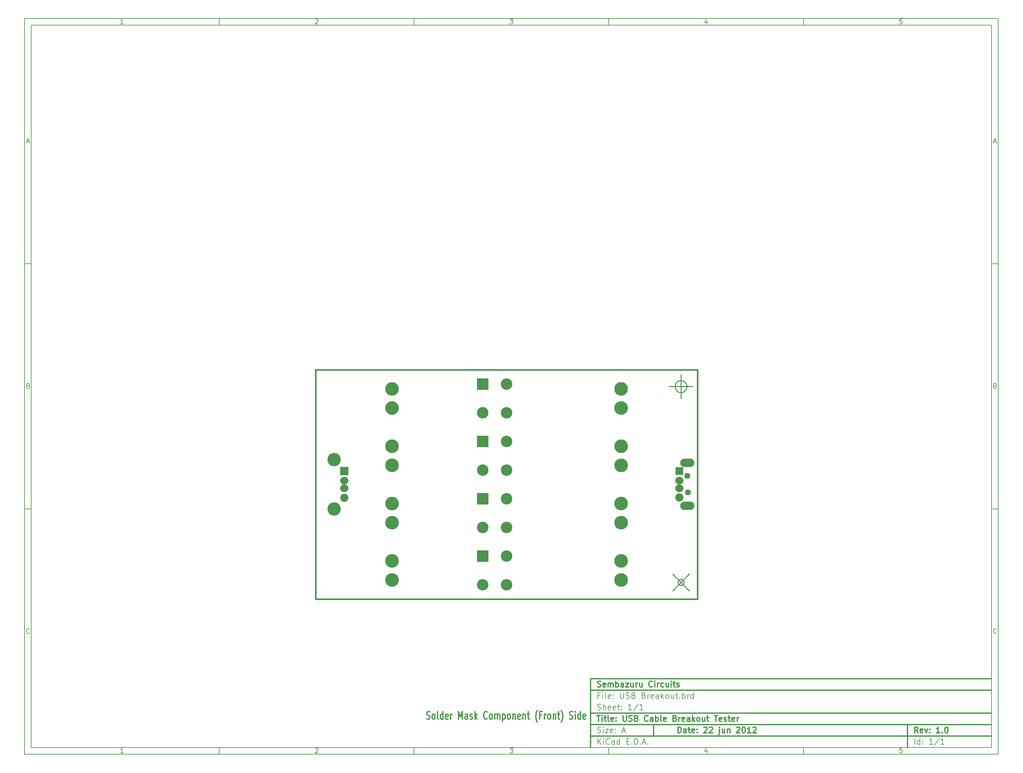
<source format=gts>
G04 (created by PCBNEW-RS274X (2012-01-19 BZR 3256)-stable) date 08/08/2012 15:29:02*
G01*
G70*
G90*
%MOIN*%
G04 Gerber Fmt 3.4, Leading zero omitted, Abs format*
%FSLAX34Y34*%
G04 APERTURE LIST*
%ADD10C,0.006000*%
%ADD11C,0.012000*%
%ADD12C,0.010000*%
%ADD13C,0.015000*%
%ADD14R,0.120000X0.120000*%
%ADD15C,0.120000*%
%ADD16R,0.083200X0.083200*%
%ADD17O,0.086200X0.079100*%
%ADD18C,0.086200*%
%ADD19O,0.148400X0.089400*%
%ADD20C,0.063300*%
%ADD21R,0.086200X0.086200*%
%ADD22C,0.140600*%
%ADD23C,0.143000*%
G04 APERTURE END LIST*
G54D10*
X-30500Y36750D02*
X71500Y36750D01*
X71500Y-40250D01*
X-30500Y-40250D01*
X-30500Y36750D01*
X-29800Y36050D02*
X70800Y36050D01*
X70800Y-39550D01*
X-29800Y-39550D01*
X-29800Y36050D01*
X-10100Y36750D02*
X-10100Y36050D01*
X-20157Y36198D02*
X-20443Y36198D01*
X-20300Y36198D02*
X-20300Y36698D01*
X-20348Y36626D01*
X-20395Y36579D01*
X-20443Y36555D01*
X-10100Y-40250D02*
X-10100Y-39550D01*
X-20157Y-40102D02*
X-20443Y-40102D01*
X-20300Y-40102D02*
X-20300Y-39602D01*
X-20348Y-39674D01*
X-20395Y-39721D01*
X-20443Y-39745D01*
X10300Y36750D02*
X10300Y36050D01*
X-00043Y36650D02*
X-00019Y36674D01*
X00029Y36698D01*
X00148Y36698D01*
X00195Y36674D01*
X00219Y36650D01*
X00243Y36602D01*
X00243Y36555D01*
X00219Y36483D01*
X-00067Y36198D01*
X00243Y36198D01*
X10300Y-40250D02*
X10300Y-39550D01*
X-00043Y-39650D02*
X-00019Y-39626D01*
X00029Y-39602D01*
X00148Y-39602D01*
X00195Y-39626D01*
X00219Y-39650D01*
X00243Y-39698D01*
X00243Y-39745D01*
X00219Y-39817D01*
X-00067Y-40102D01*
X00243Y-40102D01*
X30700Y36750D02*
X30700Y36050D01*
X20333Y36698D02*
X20643Y36698D01*
X20476Y36507D01*
X20548Y36507D01*
X20595Y36483D01*
X20619Y36460D01*
X20643Y36412D01*
X20643Y36293D01*
X20619Y36245D01*
X20595Y36221D01*
X20548Y36198D01*
X20405Y36198D01*
X20357Y36221D01*
X20333Y36245D01*
X30700Y-40250D02*
X30700Y-39550D01*
X20333Y-39602D02*
X20643Y-39602D01*
X20476Y-39793D01*
X20548Y-39793D01*
X20595Y-39817D01*
X20619Y-39840D01*
X20643Y-39888D01*
X20643Y-40007D01*
X20619Y-40055D01*
X20595Y-40079D01*
X20548Y-40102D01*
X20405Y-40102D01*
X20357Y-40079D01*
X20333Y-40055D01*
X51100Y36750D02*
X51100Y36050D01*
X40995Y36531D02*
X40995Y36198D01*
X40876Y36721D02*
X40757Y36364D01*
X41067Y36364D01*
X51100Y-40250D02*
X51100Y-39550D01*
X40995Y-39769D02*
X40995Y-40102D01*
X40876Y-39579D02*
X40757Y-39936D01*
X41067Y-39936D01*
X61419Y36698D02*
X61181Y36698D01*
X61157Y36460D01*
X61181Y36483D01*
X61229Y36507D01*
X61348Y36507D01*
X61395Y36483D01*
X61419Y36460D01*
X61443Y36412D01*
X61443Y36293D01*
X61419Y36245D01*
X61395Y36221D01*
X61348Y36198D01*
X61229Y36198D01*
X61181Y36221D01*
X61157Y36245D01*
X61419Y-39602D02*
X61181Y-39602D01*
X61157Y-39840D01*
X61181Y-39817D01*
X61229Y-39793D01*
X61348Y-39793D01*
X61395Y-39817D01*
X61419Y-39840D01*
X61443Y-39888D01*
X61443Y-40007D01*
X61419Y-40055D01*
X61395Y-40079D01*
X61348Y-40102D01*
X61229Y-40102D01*
X61181Y-40079D01*
X61157Y-40055D01*
X-30500Y11090D02*
X-29800Y11090D01*
X-30269Y23860D02*
X-30031Y23860D01*
X-30316Y23718D02*
X-30150Y24218D01*
X-29983Y23718D01*
X71500Y11090D02*
X70800Y11090D01*
X71031Y23860D02*
X71269Y23860D01*
X70984Y23718D02*
X71150Y24218D01*
X71317Y23718D01*
X-30500Y-14570D02*
X-29800Y-14570D01*
X-30114Y-01680D02*
X-30043Y-01704D01*
X-30019Y-01728D01*
X-29995Y-01776D01*
X-29995Y-01847D01*
X-30019Y-01895D01*
X-30043Y-01919D01*
X-30090Y-01942D01*
X-30281Y-01942D01*
X-30281Y-01442D01*
X-30114Y-01442D01*
X-30067Y-01466D01*
X-30043Y-01490D01*
X-30019Y-01538D01*
X-30019Y-01585D01*
X-30043Y-01633D01*
X-30067Y-01657D01*
X-30114Y-01680D01*
X-30281Y-01680D01*
X71500Y-14570D02*
X70800Y-14570D01*
X71186Y-01680D02*
X71257Y-01704D01*
X71281Y-01728D01*
X71305Y-01776D01*
X71305Y-01847D01*
X71281Y-01895D01*
X71257Y-01919D01*
X71210Y-01942D01*
X71019Y-01942D01*
X71019Y-01442D01*
X71186Y-01442D01*
X71233Y-01466D01*
X71257Y-01490D01*
X71281Y-01538D01*
X71281Y-01585D01*
X71257Y-01633D01*
X71233Y-01657D01*
X71186Y-01680D01*
X71019Y-01680D01*
X-29995Y-27555D02*
X-30019Y-27579D01*
X-30090Y-27602D01*
X-30138Y-27602D01*
X-30210Y-27579D01*
X-30257Y-27531D01*
X-30281Y-27483D01*
X-30305Y-27388D01*
X-30305Y-27317D01*
X-30281Y-27221D01*
X-30257Y-27174D01*
X-30210Y-27126D01*
X-30138Y-27102D01*
X-30090Y-27102D01*
X-30019Y-27126D01*
X-29995Y-27150D01*
X71305Y-27555D02*
X71281Y-27579D01*
X71210Y-27602D01*
X71162Y-27602D01*
X71090Y-27579D01*
X71043Y-27531D01*
X71019Y-27483D01*
X70995Y-27388D01*
X70995Y-27317D01*
X71019Y-27221D01*
X71043Y-27174D01*
X71090Y-27126D01*
X71162Y-27102D01*
X71210Y-27102D01*
X71281Y-27126D01*
X71305Y-27150D01*
G54D11*
X37943Y-37993D02*
X37943Y-37393D01*
X38086Y-37393D01*
X38171Y-37421D01*
X38229Y-37479D01*
X38257Y-37536D01*
X38286Y-37650D01*
X38286Y-37736D01*
X38257Y-37850D01*
X38229Y-37907D01*
X38171Y-37964D01*
X38086Y-37993D01*
X37943Y-37993D01*
X38800Y-37993D02*
X38800Y-37679D01*
X38771Y-37621D01*
X38714Y-37593D01*
X38600Y-37593D01*
X38543Y-37621D01*
X38800Y-37964D02*
X38743Y-37993D01*
X38600Y-37993D01*
X38543Y-37964D01*
X38514Y-37907D01*
X38514Y-37850D01*
X38543Y-37793D01*
X38600Y-37764D01*
X38743Y-37764D01*
X38800Y-37736D01*
X39000Y-37593D02*
X39229Y-37593D01*
X39086Y-37393D02*
X39086Y-37907D01*
X39114Y-37964D01*
X39172Y-37993D01*
X39229Y-37993D01*
X39657Y-37964D02*
X39600Y-37993D01*
X39486Y-37993D01*
X39429Y-37964D01*
X39400Y-37907D01*
X39400Y-37679D01*
X39429Y-37621D01*
X39486Y-37593D01*
X39600Y-37593D01*
X39657Y-37621D01*
X39686Y-37679D01*
X39686Y-37736D01*
X39400Y-37793D01*
X39943Y-37936D02*
X39971Y-37964D01*
X39943Y-37993D01*
X39914Y-37964D01*
X39943Y-37936D01*
X39943Y-37993D01*
X39943Y-37621D02*
X39971Y-37650D01*
X39943Y-37679D01*
X39914Y-37650D01*
X39943Y-37621D01*
X39943Y-37679D01*
X40657Y-37450D02*
X40686Y-37421D01*
X40743Y-37393D01*
X40886Y-37393D01*
X40943Y-37421D01*
X40972Y-37450D01*
X41000Y-37507D01*
X41000Y-37564D01*
X40972Y-37650D01*
X40629Y-37993D01*
X41000Y-37993D01*
X41228Y-37450D02*
X41257Y-37421D01*
X41314Y-37393D01*
X41457Y-37393D01*
X41514Y-37421D01*
X41543Y-37450D01*
X41571Y-37507D01*
X41571Y-37564D01*
X41543Y-37650D01*
X41200Y-37993D01*
X41571Y-37993D01*
X42285Y-37593D02*
X42285Y-38107D01*
X42256Y-38164D01*
X42199Y-38193D01*
X42171Y-38193D01*
X42285Y-37393D02*
X42256Y-37421D01*
X42285Y-37450D01*
X42313Y-37421D01*
X42285Y-37393D01*
X42285Y-37450D01*
X42828Y-37593D02*
X42828Y-37993D01*
X42571Y-37593D02*
X42571Y-37907D01*
X42599Y-37964D01*
X42657Y-37993D01*
X42742Y-37993D01*
X42799Y-37964D01*
X42828Y-37936D01*
X43114Y-37593D02*
X43114Y-37993D01*
X43114Y-37650D02*
X43142Y-37621D01*
X43200Y-37593D01*
X43285Y-37593D01*
X43342Y-37621D01*
X43371Y-37679D01*
X43371Y-37993D01*
X44085Y-37450D02*
X44114Y-37421D01*
X44171Y-37393D01*
X44314Y-37393D01*
X44371Y-37421D01*
X44400Y-37450D01*
X44428Y-37507D01*
X44428Y-37564D01*
X44400Y-37650D01*
X44057Y-37993D01*
X44428Y-37993D01*
X44799Y-37393D02*
X44856Y-37393D01*
X44913Y-37421D01*
X44942Y-37450D01*
X44971Y-37507D01*
X44999Y-37621D01*
X44999Y-37764D01*
X44971Y-37879D01*
X44942Y-37936D01*
X44913Y-37964D01*
X44856Y-37993D01*
X44799Y-37993D01*
X44742Y-37964D01*
X44713Y-37936D01*
X44685Y-37879D01*
X44656Y-37764D01*
X44656Y-37621D01*
X44685Y-37507D01*
X44713Y-37450D01*
X44742Y-37421D01*
X44799Y-37393D01*
X45570Y-37993D02*
X45227Y-37993D01*
X45399Y-37993D02*
X45399Y-37393D01*
X45342Y-37479D01*
X45284Y-37536D01*
X45227Y-37564D01*
X45798Y-37450D02*
X45827Y-37421D01*
X45884Y-37393D01*
X46027Y-37393D01*
X46084Y-37421D01*
X46113Y-37450D01*
X46141Y-37507D01*
X46141Y-37564D01*
X46113Y-37650D01*
X45770Y-37993D01*
X46141Y-37993D01*
G54D10*
X29543Y-39193D02*
X29543Y-38593D01*
X29886Y-39193D02*
X29629Y-38850D01*
X29886Y-38593D02*
X29543Y-38936D01*
X30143Y-39193D02*
X30143Y-38793D01*
X30143Y-38593D02*
X30114Y-38621D01*
X30143Y-38650D01*
X30171Y-38621D01*
X30143Y-38593D01*
X30143Y-38650D01*
X30772Y-39136D02*
X30743Y-39164D01*
X30657Y-39193D01*
X30600Y-39193D01*
X30515Y-39164D01*
X30457Y-39107D01*
X30429Y-39050D01*
X30400Y-38936D01*
X30400Y-38850D01*
X30429Y-38736D01*
X30457Y-38679D01*
X30515Y-38621D01*
X30600Y-38593D01*
X30657Y-38593D01*
X30743Y-38621D01*
X30772Y-38650D01*
X31286Y-39193D02*
X31286Y-38879D01*
X31257Y-38821D01*
X31200Y-38793D01*
X31086Y-38793D01*
X31029Y-38821D01*
X31286Y-39164D02*
X31229Y-39193D01*
X31086Y-39193D01*
X31029Y-39164D01*
X31000Y-39107D01*
X31000Y-39050D01*
X31029Y-38993D01*
X31086Y-38964D01*
X31229Y-38964D01*
X31286Y-38936D01*
X31829Y-39193D02*
X31829Y-38593D01*
X31829Y-39164D02*
X31772Y-39193D01*
X31658Y-39193D01*
X31600Y-39164D01*
X31572Y-39136D01*
X31543Y-39079D01*
X31543Y-38907D01*
X31572Y-38850D01*
X31600Y-38821D01*
X31658Y-38793D01*
X31772Y-38793D01*
X31829Y-38821D01*
X32572Y-38879D02*
X32772Y-38879D01*
X32858Y-39193D02*
X32572Y-39193D01*
X32572Y-38593D01*
X32858Y-38593D01*
X33115Y-39136D02*
X33143Y-39164D01*
X33115Y-39193D01*
X33086Y-39164D01*
X33115Y-39136D01*
X33115Y-39193D01*
X33401Y-39193D02*
X33401Y-38593D01*
X33544Y-38593D01*
X33629Y-38621D01*
X33687Y-38679D01*
X33715Y-38736D01*
X33744Y-38850D01*
X33744Y-38936D01*
X33715Y-39050D01*
X33687Y-39107D01*
X33629Y-39164D01*
X33544Y-39193D01*
X33401Y-39193D01*
X34001Y-39136D02*
X34029Y-39164D01*
X34001Y-39193D01*
X33972Y-39164D01*
X34001Y-39136D01*
X34001Y-39193D01*
X34258Y-39021D02*
X34544Y-39021D01*
X34201Y-39193D02*
X34401Y-38593D01*
X34601Y-39193D01*
X34801Y-39136D02*
X34829Y-39164D01*
X34801Y-39193D01*
X34772Y-39164D01*
X34801Y-39136D01*
X34801Y-39193D01*
G54D11*
X63086Y-37993D02*
X62886Y-37707D01*
X62743Y-37993D02*
X62743Y-37393D01*
X62971Y-37393D01*
X63029Y-37421D01*
X63057Y-37450D01*
X63086Y-37507D01*
X63086Y-37593D01*
X63057Y-37650D01*
X63029Y-37679D01*
X62971Y-37707D01*
X62743Y-37707D01*
X63571Y-37964D02*
X63514Y-37993D01*
X63400Y-37993D01*
X63343Y-37964D01*
X63314Y-37907D01*
X63314Y-37679D01*
X63343Y-37621D01*
X63400Y-37593D01*
X63514Y-37593D01*
X63571Y-37621D01*
X63600Y-37679D01*
X63600Y-37736D01*
X63314Y-37793D01*
X63800Y-37593D02*
X63943Y-37993D01*
X64085Y-37593D01*
X64314Y-37936D02*
X64342Y-37964D01*
X64314Y-37993D01*
X64285Y-37964D01*
X64314Y-37936D01*
X64314Y-37993D01*
X64314Y-37621D02*
X64342Y-37650D01*
X64314Y-37679D01*
X64285Y-37650D01*
X64314Y-37621D01*
X64314Y-37679D01*
X65371Y-37993D02*
X65028Y-37993D01*
X65200Y-37993D02*
X65200Y-37393D01*
X65143Y-37479D01*
X65085Y-37536D01*
X65028Y-37564D01*
X65628Y-37936D02*
X65656Y-37964D01*
X65628Y-37993D01*
X65599Y-37964D01*
X65628Y-37936D01*
X65628Y-37993D01*
X66028Y-37393D02*
X66085Y-37393D01*
X66142Y-37421D01*
X66171Y-37450D01*
X66200Y-37507D01*
X66228Y-37621D01*
X66228Y-37764D01*
X66200Y-37879D01*
X66171Y-37936D01*
X66142Y-37964D01*
X66085Y-37993D01*
X66028Y-37993D01*
X65971Y-37964D01*
X65942Y-37936D01*
X65914Y-37879D01*
X65885Y-37764D01*
X65885Y-37621D01*
X65914Y-37507D01*
X65942Y-37450D01*
X65971Y-37421D01*
X66028Y-37393D01*
G54D10*
X29514Y-37964D02*
X29600Y-37993D01*
X29743Y-37993D01*
X29800Y-37964D01*
X29829Y-37936D01*
X29857Y-37879D01*
X29857Y-37821D01*
X29829Y-37764D01*
X29800Y-37736D01*
X29743Y-37707D01*
X29629Y-37679D01*
X29571Y-37650D01*
X29543Y-37621D01*
X29514Y-37564D01*
X29514Y-37507D01*
X29543Y-37450D01*
X29571Y-37421D01*
X29629Y-37393D01*
X29771Y-37393D01*
X29857Y-37421D01*
X30114Y-37993D02*
X30114Y-37593D01*
X30114Y-37393D02*
X30085Y-37421D01*
X30114Y-37450D01*
X30142Y-37421D01*
X30114Y-37393D01*
X30114Y-37450D01*
X30343Y-37593D02*
X30657Y-37593D01*
X30343Y-37993D01*
X30657Y-37993D01*
X31114Y-37964D02*
X31057Y-37993D01*
X30943Y-37993D01*
X30886Y-37964D01*
X30857Y-37907D01*
X30857Y-37679D01*
X30886Y-37621D01*
X30943Y-37593D01*
X31057Y-37593D01*
X31114Y-37621D01*
X31143Y-37679D01*
X31143Y-37736D01*
X30857Y-37793D01*
X31400Y-37936D02*
X31428Y-37964D01*
X31400Y-37993D01*
X31371Y-37964D01*
X31400Y-37936D01*
X31400Y-37993D01*
X31400Y-37621D02*
X31428Y-37650D01*
X31400Y-37679D01*
X31371Y-37650D01*
X31400Y-37621D01*
X31400Y-37679D01*
X32114Y-37821D02*
X32400Y-37821D01*
X32057Y-37993D02*
X32257Y-37393D01*
X32457Y-37993D01*
X62743Y-39193D02*
X62743Y-38593D01*
X63286Y-39193D02*
X63286Y-38593D01*
X63286Y-39164D02*
X63229Y-39193D01*
X63115Y-39193D01*
X63057Y-39164D01*
X63029Y-39136D01*
X63000Y-39079D01*
X63000Y-38907D01*
X63029Y-38850D01*
X63057Y-38821D01*
X63115Y-38793D01*
X63229Y-38793D01*
X63286Y-38821D01*
X63572Y-39136D02*
X63600Y-39164D01*
X63572Y-39193D01*
X63543Y-39164D01*
X63572Y-39136D01*
X63572Y-39193D01*
X63572Y-38821D02*
X63600Y-38850D01*
X63572Y-38879D01*
X63543Y-38850D01*
X63572Y-38821D01*
X63572Y-38879D01*
X64629Y-39193D02*
X64286Y-39193D01*
X64458Y-39193D02*
X64458Y-38593D01*
X64401Y-38679D01*
X64343Y-38736D01*
X64286Y-38764D01*
X65314Y-38564D02*
X64800Y-39336D01*
X65829Y-39193D02*
X65486Y-39193D01*
X65658Y-39193D02*
X65658Y-38593D01*
X65601Y-38679D01*
X65543Y-38736D01*
X65486Y-38764D01*
G54D11*
X29457Y-36193D02*
X29800Y-36193D01*
X29629Y-36793D02*
X29629Y-36193D01*
X30000Y-36793D02*
X30000Y-36393D01*
X30000Y-36193D02*
X29971Y-36221D01*
X30000Y-36250D01*
X30028Y-36221D01*
X30000Y-36193D01*
X30000Y-36250D01*
X30200Y-36393D02*
X30429Y-36393D01*
X30286Y-36193D02*
X30286Y-36707D01*
X30314Y-36764D01*
X30372Y-36793D01*
X30429Y-36793D01*
X30715Y-36793D02*
X30657Y-36764D01*
X30629Y-36707D01*
X30629Y-36193D01*
X31171Y-36764D02*
X31114Y-36793D01*
X31000Y-36793D01*
X30943Y-36764D01*
X30914Y-36707D01*
X30914Y-36479D01*
X30943Y-36421D01*
X31000Y-36393D01*
X31114Y-36393D01*
X31171Y-36421D01*
X31200Y-36479D01*
X31200Y-36536D01*
X30914Y-36593D01*
X31457Y-36736D02*
X31485Y-36764D01*
X31457Y-36793D01*
X31428Y-36764D01*
X31457Y-36736D01*
X31457Y-36793D01*
X31457Y-36421D02*
X31485Y-36450D01*
X31457Y-36479D01*
X31428Y-36450D01*
X31457Y-36421D01*
X31457Y-36479D01*
X32200Y-36193D02*
X32200Y-36679D01*
X32228Y-36736D01*
X32257Y-36764D01*
X32314Y-36793D01*
X32428Y-36793D01*
X32486Y-36764D01*
X32514Y-36736D01*
X32543Y-36679D01*
X32543Y-36193D01*
X32800Y-36764D02*
X32886Y-36793D01*
X33029Y-36793D01*
X33086Y-36764D01*
X33115Y-36736D01*
X33143Y-36679D01*
X33143Y-36621D01*
X33115Y-36564D01*
X33086Y-36536D01*
X33029Y-36507D01*
X32915Y-36479D01*
X32857Y-36450D01*
X32829Y-36421D01*
X32800Y-36364D01*
X32800Y-36307D01*
X32829Y-36250D01*
X32857Y-36221D01*
X32915Y-36193D01*
X33057Y-36193D01*
X33143Y-36221D01*
X33600Y-36479D02*
X33686Y-36507D01*
X33714Y-36536D01*
X33743Y-36593D01*
X33743Y-36679D01*
X33714Y-36736D01*
X33686Y-36764D01*
X33628Y-36793D01*
X33400Y-36793D01*
X33400Y-36193D01*
X33600Y-36193D01*
X33657Y-36221D01*
X33686Y-36250D01*
X33714Y-36307D01*
X33714Y-36364D01*
X33686Y-36421D01*
X33657Y-36450D01*
X33600Y-36479D01*
X33400Y-36479D01*
X34800Y-36736D02*
X34771Y-36764D01*
X34685Y-36793D01*
X34628Y-36793D01*
X34543Y-36764D01*
X34485Y-36707D01*
X34457Y-36650D01*
X34428Y-36536D01*
X34428Y-36450D01*
X34457Y-36336D01*
X34485Y-36279D01*
X34543Y-36221D01*
X34628Y-36193D01*
X34685Y-36193D01*
X34771Y-36221D01*
X34800Y-36250D01*
X35314Y-36793D02*
X35314Y-36479D01*
X35285Y-36421D01*
X35228Y-36393D01*
X35114Y-36393D01*
X35057Y-36421D01*
X35314Y-36764D02*
X35257Y-36793D01*
X35114Y-36793D01*
X35057Y-36764D01*
X35028Y-36707D01*
X35028Y-36650D01*
X35057Y-36593D01*
X35114Y-36564D01*
X35257Y-36564D01*
X35314Y-36536D01*
X35600Y-36793D02*
X35600Y-36193D01*
X35600Y-36421D02*
X35657Y-36393D01*
X35771Y-36393D01*
X35828Y-36421D01*
X35857Y-36450D01*
X35886Y-36507D01*
X35886Y-36679D01*
X35857Y-36736D01*
X35828Y-36764D01*
X35771Y-36793D01*
X35657Y-36793D01*
X35600Y-36764D01*
X36229Y-36793D02*
X36171Y-36764D01*
X36143Y-36707D01*
X36143Y-36193D01*
X36685Y-36764D02*
X36628Y-36793D01*
X36514Y-36793D01*
X36457Y-36764D01*
X36428Y-36707D01*
X36428Y-36479D01*
X36457Y-36421D01*
X36514Y-36393D01*
X36628Y-36393D01*
X36685Y-36421D01*
X36714Y-36479D01*
X36714Y-36536D01*
X36428Y-36593D01*
X37628Y-36479D02*
X37714Y-36507D01*
X37742Y-36536D01*
X37771Y-36593D01*
X37771Y-36679D01*
X37742Y-36736D01*
X37714Y-36764D01*
X37656Y-36793D01*
X37428Y-36793D01*
X37428Y-36193D01*
X37628Y-36193D01*
X37685Y-36221D01*
X37714Y-36250D01*
X37742Y-36307D01*
X37742Y-36364D01*
X37714Y-36421D01*
X37685Y-36450D01*
X37628Y-36479D01*
X37428Y-36479D01*
X38028Y-36793D02*
X38028Y-36393D01*
X38028Y-36507D02*
X38056Y-36450D01*
X38085Y-36421D01*
X38142Y-36393D01*
X38199Y-36393D01*
X38627Y-36764D02*
X38570Y-36793D01*
X38456Y-36793D01*
X38399Y-36764D01*
X38370Y-36707D01*
X38370Y-36479D01*
X38399Y-36421D01*
X38456Y-36393D01*
X38570Y-36393D01*
X38627Y-36421D01*
X38656Y-36479D01*
X38656Y-36536D01*
X38370Y-36593D01*
X39170Y-36793D02*
X39170Y-36479D01*
X39141Y-36421D01*
X39084Y-36393D01*
X38970Y-36393D01*
X38913Y-36421D01*
X39170Y-36764D02*
X39113Y-36793D01*
X38970Y-36793D01*
X38913Y-36764D01*
X38884Y-36707D01*
X38884Y-36650D01*
X38913Y-36593D01*
X38970Y-36564D01*
X39113Y-36564D01*
X39170Y-36536D01*
X39456Y-36793D02*
X39456Y-36193D01*
X39513Y-36564D02*
X39684Y-36793D01*
X39684Y-36393D02*
X39456Y-36621D01*
X40028Y-36793D02*
X39970Y-36764D01*
X39942Y-36736D01*
X39913Y-36679D01*
X39913Y-36507D01*
X39942Y-36450D01*
X39970Y-36421D01*
X40028Y-36393D01*
X40113Y-36393D01*
X40170Y-36421D01*
X40199Y-36450D01*
X40228Y-36507D01*
X40228Y-36679D01*
X40199Y-36736D01*
X40170Y-36764D01*
X40113Y-36793D01*
X40028Y-36793D01*
X40742Y-36393D02*
X40742Y-36793D01*
X40485Y-36393D02*
X40485Y-36707D01*
X40513Y-36764D01*
X40571Y-36793D01*
X40656Y-36793D01*
X40713Y-36764D01*
X40742Y-36736D01*
X40942Y-36393D02*
X41171Y-36393D01*
X41028Y-36193D02*
X41028Y-36707D01*
X41056Y-36764D01*
X41114Y-36793D01*
X41171Y-36793D01*
X41742Y-36193D02*
X42085Y-36193D01*
X41914Y-36793D02*
X41914Y-36193D01*
X42513Y-36764D02*
X42456Y-36793D01*
X42342Y-36793D01*
X42285Y-36764D01*
X42256Y-36707D01*
X42256Y-36479D01*
X42285Y-36421D01*
X42342Y-36393D01*
X42456Y-36393D01*
X42513Y-36421D01*
X42542Y-36479D01*
X42542Y-36536D01*
X42256Y-36593D01*
X42770Y-36764D02*
X42827Y-36793D01*
X42942Y-36793D01*
X42999Y-36764D01*
X43027Y-36707D01*
X43027Y-36679D01*
X42999Y-36621D01*
X42942Y-36593D01*
X42856Y-36593D01*
X42799Y-36564D01*
X42770Y-36507D01*
X42770Y-36479D01*
X42799Y-36421D01*
X42856Y-36393D01*
X42942Y-36393D01*
X42999Y-36421D01*
X43199Y-36393D02*
X43428Y-36393D01*
X43285Y-36193D02*
X43285Y-36707D01*
X43313Y-36764D01*
X43371Y-36793D01*
X43428Y-36793D01*
X43856Y-36764D02*
X43799Y-36793D01*
X43685Y-36793D01*
X43628Y-36764D01*
X43599Y-36707D01*
X43599Y-36479D01*
X43628Y-36421D01*
X43685Y-36393D01*
X43799Y-36393D01*
X43856Y-36421D01*
X43885Y-36479D01*
X43885Y-36536D01*
X43599Y-36593D01*
X44142Y-36793D02*
X44142Y-36393D01*
X44142Y-36507D02*
X44170Y-36450D01*
X44199Y-36421D01*
X44256Y-36393D01*
X44313Y-36393D01*
G54D10*
X29743Y-34079D02*
X29543Y-34079D01*
X29543Y-34393D02*
X29543Y-33793D01*
X29829Y-33793D01*
X30057Y-34393D02*
X30057Y-33993D01*
X30057Y-33793D02*
X30028Y-33821D01*
X30057Y-33850D01*
X30085Y-33821D01*
X30057Y-33793D01*
X30057Y-33850D01*
X30429Y-34393D02*
X30371Y-34364D01*
X30343Y-34307D01*
X30343Y-33793D01*
X30885Y-34364D02*
X30828Y-34393D01*
X30714Y-34393D01*
X30657Y-34364D01*
X30628Y-34307D01*
X30628Y-34079D01*
X30657Y-34021D01*
X30714Y-33993D01*
X30828Y-33993D01*
X30885Y-34021D01*
X30914Y-34079D01*
X30914Y-34136D01*
X30628Y-34193D01*
X31171Y-34336D02*
X31199Y-34364D01*
X31171Y-34393D01*
X31142Y-34364D01*
X31171Y-34336D01*
X31171Y-34393D01*
X31171Y-34021D02*
X31199Y-34050D01*
X31171Y-34079D01*
X31142Y-34050D01*
X31171Y-34021D01*
X31171Y-34079D01*
X31914Y-33793D02*
X31914Y-34279D01*
X31942Y-34336D01*
X31971Y-34364D01*
X32028Y-34393D01*
X32142Y-34393D01*
X32200Y-34364D01*
X32228Y-34336D01*
X32257Y-34279D01*
X32257Y-33793D01*
X32514Y-34364D02*
X32600Y-34393D01*
X32743Y-34393D01*
X32800Y-34364D01*
X32829Y-34336D01*
X32857Y-34279D01*
X32857Y-34221D01*
X32829Y-34164D01*
X32800Y-34136D01*
X32743Y-34107D01*
X32629Y-34079D01*
X32571Y-34050D01*
X32543Y-34021D01*
X32514Y-33964D01*
X32514Y-33907D01*
X32543Y-33850D01*
X32571Y-33821D01*
X32629Y-33793D01*
X32771Y-33793D01*
X32857Y-33821D01*
X33314Y-34079D02*
X33400Y-34107D01*
X33428Y-34136D01*
X33457Y-34193D01*
X33457Y-34279D01*
X33428Y-34336D01*
X33400Y-34364D01*
X33342Y-34393D01*
X33114Y-34393D01*
X33114Y-33793D01*
X33314Y-33793D01*
X33371Y-33821D01*
X33400Y-33850D01*
X33428Y-33907D01*
X33428Y-33964D01*
X33400Y-34021D01*
X33371Y-34050D01*
X33314Y-34079D01*
X33114Y-34079D01*
X34371Y-34079D02*
X34457Y-34107D01*
X34485Y-34136D01*
X34514Y-34193D01*
X34514Y-34279D01*
X34485Y-34336D01*
X34457Y-34364D01*
X34399Y-34393D01*
X34171Y-34393D01*
X34171Y-33793D01*
X34371Y-33793D01*
X34428Y-33821D01*
X34457Y-33850D01*
X34485Y-33907D01*
X34485Y-33964D01*
X34457Y-34021D01*
X34428Y-34050D01*
X34371Y-34079D01*
X34171Y-34079D01*
X34771Y-34393D02*
X34771Y-33993D01*
X34771Y-34107D02*
X34799Y-34050D01*
X34828Y-34021D01*
X34885Y-33993D01*
X34942Y-33993D01*
X35370Y-34364D02*
X35313Y-34393D01*
X35199Y-34393D01*
X35142Y-34364D01*
X35113Y-34307D01*
X35113Y-34079D01*
X35142Y-34021D01*
X35199Y-33993D01*
X35313Y-33993D01*
X35370Y-34021D01*
X35399Y-34079D01*
X35399Y-34136D01*
X35113Y-34193D01*
X35913Y-34393D02*
X35913Y-34079D01*
X35884Y-34021D01*
X35827Y-33993D01*
X35713Y-33993D01*
X35656Y-34021D01*
X35913Y-34364D02*
X35856Y-34393D01*
X35713Y-34393D01*
X35656Y-34364D01*
X35627Y-34307D01*
X35627Y-34250D01*
X35656Y-34193D01*
X35713Y-34164D01*
X35856Y-34164D01*
X35913Y-34136D01*
X36199Y-34393D02*
X36199Y-33793D01*
X36256Y-34164D02*
X36427Y-34393D01*
X36427Y-33993D02*
X36199Y-34221D01*
X36771Y-34393D02*
X36713Y-34364D01*
X36685Y-34336D01*
X36656Y-34279D01*
X36656Y-34107D01*
X36685Y-34050D01*
X36713Y-34021D01*
X36771Y-33993D01*
X36856Y-33993D01*
X36913Y-34021D01*
X36942Y-34050D01*
X36971Y-34107D01*
X36971Y-34279D01*
X36942Y-34336D01*
X36913Y-34364D01*
X36856Y-34393D01*
X36771Y-34393D01*
X37485Y-33993D02*
X37485Y-34393D01*
X37228Y-33993D02*
X37228Y-34307D01*
X37256Y-34364D01*
X37314Y-34393D01*
X37399Y-34393D01*
X37456Y-34364D01*
X37485Y-34336D01*
X37685Y-33993D02*
X37914Y-33993D01*
X37771Y-33793D02*
X37771Y-34307D01*
X37799Y-34364D01*
X37857Y-34393D01*
X37914Y-34393D01*
X38114Y-34336D02*
X38142Y-34364D01*
X38114Y-34393D01*
X38085Y-34364D01*
X38114Y-34336D01*
X38114Y-34393D01*
X38400Y-34393D02*
X38400Y-33793D01*
X38400Y-34021D02*
X38457Y-33993D01*
X38571Y-33993D01*
X38628Y-34021D01*
X38657Y-34050D01*
X38686Y-34107D01*
X38686Y-34279D01*
X38657Y-34336D01*
X38628Y-34364D01*
X38571Y-34393D01*
X38457Y-34393D01*
X38400Y-34364D01*
X38943Y-34393D02*
X38943Y-33993D01*
X38943Y-34107D02*
X38971Y-34050D01*
X39000Y-34021D01*
X39057Y-33993D01*
X39114Y-33993D01*
X39571Y-34393D02*
X39571Y-33793D01*
X39571Y-34364D02*
X39514Y-34393D01*
X39400Y-34393D01*
X39342Y-34364D01*
X39314Y-34336D01*
X39285Y-34279D01*
X39285Y-34107D01*
X39314Y-34050D01*
X39342Y-34021D01*
X39400Y-33993D01*
X39514Y-33993D01*
X39571Y-34021D01*
X29514Y-35564D02*
X29600Y-35593D01*
X29743Y-35593D01*
X29800Y-35564D01*
X29829Y-35536D01*
X29857Y-35479D01*
X29857Y-35421D01*
X29829Y-35364D01*
X29800Y-35336D01*
X29743Y-35307D01*
X29629Y-35279D01*
X29571Y-35250D01*
X29543Y-35221D01*
X29514Y-35164D01*
X29514Y-35107D01*
X29543Y-35050D01*
X29571Y-35021D01*
X29629Y-34993D01*
X29771Y-34993D01*
X29857Y-35021D01*
X30114Y-35593D02*
X30114Y-34993D01*
X30371Y-35593D02*
X30371Y-35279D01*
X30342Y-35221D01*
X30285Y-35193D01*
X30200Y-35193D01*
X30142Y-35221D01*
X30114Y-35250D01*
X30885Y-35564D02*
X30828Y-35593D01*
X30714Y-35593D01*
X30657Y-35564D01*
X30628Y-35507D01*
X30628Y-35279D01*
X30657Y-35221D01*
X30714Y-35193D01*
X30828Y-35193D01*
X30885Y-35221D01*
X30914Y-35279D01*
X30914Y-35336D01*
X30628Y-35393D01*
X31399Y-35564D02*
X31342Y-35593D01*
X31228Y-35593D01*
X31171Y-35564D01*
X31142Y-35507D01*
X31142Y-35279D01*
X31171Y-35221D01*
X31228Y-35193D01*
X31342Y-35193D01*
X31399Y-35221D01*
X31428Y-35279D01*
X31428Y-35336D01*
X31142Y-35393D01*
X31599Y-35193D02*
X31828Y-35193D01*
X31685Y-34993D02*
X31685Y-35507D01*
X31713Y-35564D01*
X31771Y-35593D01*
X31828Y-35593D01*
X32028Y-35536D02*
X32056Y-35564D01*
X32028Y-35593D01*
X31999Y-35564D01*
X32028Y-35536D01*
X32028Y-35593D01*
X32028Y-35221D02*
X32056Y-35250D01*
X32028Y-35279D01*
X31999Y-35250D01*
X32028Y-35221D01*
X32028Y-35279D01*
X33085Y-35593D02*
X32742Y-35593D01*
X32914Y-35593D02*
X32914Y-34993D01*
X32857Y-35079D01*
X32799Y-35136D01*
X32742Y-35164D01*
X33770Y-34964D02*
X33256Y-35736D01*
X34285Y-35593D02*
X33942Y-35593D01*
X34114Y-35593D02*
X34114Y-34993D01*
X34057Y-35079D01*
X33999Y-35136D01*
X33942Y-35164D01*
G54D11*
X29514Y-33164D02*
X29600Y-33193D01*
X29743Y-33193D01*
X29800Y-33164D01*
X29829Y-33136D01*
X29857Y-33079D01*
X29857Y-33021D01*
X29829Y-32964D01*
X29800Y-32936D01*
X29743Y-32907D01*
X29629Y-32879D01*
X29571Y-32850D01*
X29543Y-32821D01*
X29514Y-32764D01*
X29514Y-32707D01*
X29543Y-32650D01*
X29571Y-32621D01*
X29629Y-32593D01*
X29771Y-32593D01*
X29857Y-32621D01*
X30342Y-33164D02*
X30285Y-33193D01*
X30171Y-33193D01*
X30114Y-33164D01*
X30085Y-33107D01*
X30085Y-32879D01*
X30114Y-32821D01*
X30171Y-32793D01*
X30285Y-32793D01*
X30342Y-32821D01*
X30371Y-32879D01*
X30371Y-32936D01*
X30085Y-32993D01*
X30628Y-33193D02*
X30628Y-32793D01*
X30628Y-32850D02*
X30656Y-32821D01*
X30714Y-32793D01*
X30799Y-32793D01*
X30856Y-32821D01*
X30885Y-32879D01*
X30885Y-33193D01*
X30885Y-32879D02*
X30914Y-32821D01*
X30971Y-32793D01*
X31056Y-32793D01*
X31114Y-32821D01*
X31142Y-32879D01*
X31142Y-33193D01*
X31428Y-33193D02*
X31428Y-32593D01*
X31428Y-32821D02*
X31485Y-32793D01*
X31599Y-32793D01*
X31656Y-32821D01*
X31685Y-32850D01*
X31714Y-32907D01*
X31714Y-33079D01*
X31685Y-33136D01*
X31656Y-33164D01*
X31599Y-33193D01*
X31485Y-33193D01*
X31428Y-33164D01*
X32228Y-33193D02*
X32228Y-32879D01*
X32199Y-32821D01*
X32142Y-32793D01*
X32028Y-32793D01*
X31971Y-32821D01*
X32228Y-33164D02*
X32171Y-33193D01*
X32028Y-33193D01*
X31971Y-33164D01*
X31942Y-33107D01*
X31942Y-33050D01*
X31971Y-32993D01*
X32028Y-32964D01*
X32171Y-32964D01*
X32228Y-32936D01*
X32457Y-32793D02*
X32771Y-32793D01*
X32457Y-33193D01*
X32771Y-33193D01*
X33257Y-32793D02*
X33257Y-33193D01*
X33000Y-32793D02*
X33000Y-33107D01*
X33028Y-33164D01*
X33086Y-33193D01*
X33171Y-33193D01*
X33228Y-33164D01*
X33257Y-33136D01*
X33543Y-33193D02*
X33543Y-32793D01*
X33543Y-32907D02*
X33571Y-32850D01*
X33600Y-32821D01*
X33657Y-32793D01*
X33714Y-32793D01*
X34171Y-32793D02*
X34171Y-33193D01*
X33914Y-32793D02*
X33914Y-33107D01*
X33942Y-33164D01*
X34000Y-33193D01*
X34085Y-33193D01*
X34142Y-33164D01*
X34171Y-33136D01*
X35257Y-33136D02*
X35228Y-33164D01*
X35142Y-33193D01*
X35085Y-33193D01*
X35000Y-33164D01*
X34942Y-33107D01*
X34914Y-33050D01*
X34885Y-32936D01*
X34885Y-32850D01*
X34914Y-32736D01*
X34942Y-32679D01*
X35000Y-32621D01*
X35085Y-32593D01*
X35142Y-32593D01*
X35228Y-32621D01*
X35257Y-32650D01*
X35514Y-33193D02*
X35514Y-32793D01*
X35514Y-32593D02*
X35485Y-32621D01*
X35514Y-32650D01*
X35542Y-32621D01*
X35514Y-32593D01*
X35514Y-32650D01*
X35800Y-33193D02*
X35800Y-32793D01*
X35800Y-32907D02*
X35828Y-32850D01*
X35857Y-32821D01*
X35914Y-32793D01*
X35971Y-32793D01*
X36428Y-33164D02*
X36371Y-33193D01*
X36257Y-33193D01*
X36199Y-33164D01*
X36171Y-33136D01*
X36142Y-33079D01*
X36142Y-32907D01*
X36171Y-32850D01*
X36199Y-32821D01*
X36257Y-32793D01*
X36371Y-32793D01*
X36428Y-32821D01*
X36942Y-32793D02*
X36942Y-33193D01*
X36685Y-32793D02*
X36685Y-33107D01*
X36713Y-33164D01*
X36771Y-33193D01*
X36856Y-33193D01*
X36913Y-33164D01*
X36942Y-33136D01*
X37228Y-33193D02*
X37228Y-32793D01*
X37228Y-32593D02*
X37199Y-32621D01*
X37228Y-32650D01*
X37256Y-32621D01*
X37228Y-32593D01*
X37228Y-32650D01*
X37428Y-32793D02*
X37657Y-32793D01*
X37514Y-32593D02*
X37514Y-33107D01*
X37542Y-33164D01*
X37600Y-33193D01*
X37657Y-33193D01*
X37828Y-33164D02*
X37885Y-33193D01*
X38000Y-33193D01*
X38057Y-33164D01*
X38085Y-33107D01*
X38085Y-33079D01*
X38057Y-33021D01*
X38000Y-32993D01*
X37914Y-32993D01*
X37857Y-32964D01*
X37828Y-32907D01*
X37828Y-32879D01*
X37857Y-32821D01*
X37914Y-32793D01*
X38000Y-32793D01*
X38057Y-32821D01*
X28800Y-32350D02*
X28800Y-39550D01*
X28800Y-33550D02*
X70800Y-33550D01*
X28800Y-32350D02*
X70800Y-32350D01*
X28800Y-35950D02*
X70800Y-35950D01*
X62000Y-37150D02*
X62000Y-39550D01*
X28800Y-38350D02*
X70800Y-38350D01*
X28800Y-37150D02*
X70800Y-37150D01*
X35400Y-37150D02*
X35400Y-38350D01*
X11614Y-36536D02*
X11700Y-36574D01*
X11843Y-36574D01*
X11900Y-36536D01*
X11929Y-36498D01*
X11957Y-36421D01*
X11957Y-36345D01*
X11929Y-36269D01*
X11900Y-36231D01*
X11843Y-36193D01*
X11729Y-36155D01*
X11671Y-36117D01*
X11643Y-36079D01*
X11614Y-36002D01*
X11614Y-35926D01*
X11643Y-35850D01*
X11671Y-35812D01*
X11729Y-35774D01*
X11871Y-35774D01*
X11957Y-35812D01*
X12300Y-36574D02*
X12242Y-36536D01*
X12214Y-36498D01*
X12185Y-36421D01*
X12185Y-36193D01*
X12214Y-36117D01*
X12242Y-36079D01*
X12300Y-36040D01*
X12385Y-36040D01*
X12442Y-36079D01*
X12471Y-36117D01*
X12500Y-36193D01*
X12500Y-36421D01*
X12471Y-36498D01*
X12442Y-36536D01*
X12385Y-36574D01*
X12300Y-36574D01*
X12843Y-36574D02*
X12785Y-36536D01*
X12757Y-36460D01*
X12757Y-35774D01*
X13328Y-36574D02*
X13328Y-35774D01*
X13328Y-36536D02*
X13271Y-36574D01*
X13157Y-36574D01*
X13099Y-36536D01*
X13071Y-36498D01*
X13042Y-36421D01*
X13042Y-36193D01*
X13071Y-36117D01*
X13099Y-36079D01*
X13157Y-36040D01*
X13271Y-36040D01*
X13328Y-36079D01*
X13842Y-36536D02*
X13785Y-36574D01*
X13671Y-36574D01*
X13614Y-36536D01*
X13585Y-36460D01*
X13585Y-36155D01*
X13614Y-36079D01*
X13671Y-36040D01*
X13785Y-36040D01*
X13842Y-36079D01*
X13871Y-36155D01*
X13871Y-36231D01*
X13585Y-36307D01*
X14128Y-36574D02*
X14128Y-36040D01*
X14128Y-36193D02*
X14156Y-36117D01*
X14185Y-36079D01*
X14242Y-36040D01*
X14299Y-36040D01*
X14956Y-36574D02*
X14956Y-35774D01*
X15156Y-36345D01*
X15356Y-35774D01*
X15356Y-36574D01*
X15899Y-36574D02*
X15899Y-36155D01*
X15870Y-36079D01*
X15813Y-36040D01*
X15699Y-36040D01*
X15642Y-36079D01*
X15899Y-36536D02*
X15842Y-36574D01*
X15699Y-36574D01*
X15642Y-36536D01*
X15613Y-36460D01*
X15613Y-36383D01*
X15642Y-36307D01*
X15699Y-36269D01*
X15842Y-36269D01*
X15899Y-36231D01*
X16156Y-36536D02*
X16213Y-36574D01*
X16328Y-36574D01*
X16385Y-36536D01*
X16413Y-36460D01*
X16413Y-36421D01*
X16385Y-36345D01*
X16328Y-36307D01*
X16242Y-36307D01*
X16185Y-36269D01*
X16156Y-36193D01*
X16156Y-36155D01*
X16185Y-36079D01*
X16242Y-36040D01*
X16328Y-36040D01*
X16385Y-36079D01*
X16671Y-36574D02*
X16671Y-35774D01*
X16728Y-36269D02*
X16899Y-36574D01*
X16899Y-36040D02*
X16671Y-36345D01*
X17957Y-36498D02*
X17928Y-36536D01*
X17842Y-36574D01*
X17785Y-36574D01*
X17700Y-36536D01*
X17642Y-36460D01*
X17614Y-36383D01*
X17585Y-36231D01*
X17585Y-36117D01*
X17614Y-35964D01*
X17642Y-35888D01*
X17700Y-35812D01*
X17785Y-35774D01*
X17842Y-35774D01*
X17928Y-35812D01*
X17957Y-35850D01*
X18300Y-36574D02*
X18242Y-36536D01*
X18214Y-36498D01*
X18185Y-36421D01*
X18185Y-36193D01*
X18214Y-36117D01*
X18242Y-36079D01*
X18300Y-36040D01*
X18385Y-36040D01*
X18442Y-36079D01*
X18471Y-36117D01*
X18500Y-36193D01*
X18500Y-36421D01*
X18471Y-36498D01*
X18442Y-36536D01*
X18385Y-36574D01*
X18300Y-36574D01*
X18757Y-36574D02*
X18757Y-36040D01*
X18757Y-36117D02*
X18785Y-36079D01*
X18843Y-36040D01*
X18928Y-36040D01*
X18985Y-36079D01*
X19014Y-36155D01*
X19014Y-36574D01*
X19014Y-36155D02*
X19043Y-36079D01*
X19100Y-36040D01*
X19185Y-36040D01*
X19243Y-36079D01*
X19271Y-36155D01*
X19271Y-36574D01*
X19557Y-36040D02*
X19557Y-36840D01*
X19557Y-36079D02*
X19614Y-36040D01*
X19728Y-36040D01*
X19785Y-36079D01*
X19814Y-36117D01*
X19843Y-36193D01*
X19843Y-36421D01*
X19814Y-36498D01*
X19785Y-36536D01*
X19728Y-36574D01*
X19614Y-36574D01*
X19557Y-36536D01*
X20186Y-36574D02*
X20128Y-36536D01*
X20100Y-36498D01*
X20071Y-36421D01*
X20071Y-36193D01*
X20100Y-36117D01*
X20128Y-36079D01*
X20186Y-36040D01*
X20271Y-36040D01*
X20328Y-36079D01*
X20357Y-36117D01*
X20386Y-36193D01*
X20386Y-36421D01*
X20357Y-36498D01*
X20328Y-36536D01*
X20271Y-36574D01*
X20186Y-36574D01*
X20643Y-36040D02*
X20643Y-36574D01*
X20643Y-36117D02*
X20671Y-36079D01*
X20729Y-36040D01*
X20814Y-36040D01*
X20871Y-36079D01*
X20900Y-36155D01*
X20900Y-36574D01*
X21414Y-36536D02*
X21357Y-36574D01*
X21243Y-36574D01*
X21186Y-36536D01*
X21157Y-36460D01*
X21157Y-36155D01*
X21186Y-36079D01*
X21243Y-36040D01*
X21357Y-36040D01*
X21414Y-36079D01*
X21443Y-36155D01*
X21443Y-36231D01*
X21157Y-36307D01*
X21700Y-36040D02*
X21700Y-36574D01*
X21700Y-36117D02*
X21728Y-36079D01*
X21786Y-36040D01*
X21871Y-36040D01*
X21928Y-36079D01*
X21957Y-36155D01*
X21957Y-36574D01*
X22157Y-36040D02*
X22386Y-36040D01*
X22243Y-35774D02*
X22243Y-36460D01*
X22271Y-36536D01*
X22329Y-36574D01*
X22386Y-36574D01*
X23214Y-36879D02*
X23186Y-36840D01*
X23129Y-36726D01*
X23100Y-36650D01*
X23071Y-36536D01*
X23043Y-36345D01*
X23043Y-36193D01*
X23071Y-36002D01*
X23100Y-35888D01*
X23129Y-35812D01*
X23186Y-35698D01*
X23214Y-35660D01*
X23643Y-36155D02*
X23443Y-36155D01*
X23443Y-36574D02*
X23443Y-35774D01*
X23729Y-35774D01*
X23957Y-36574D02*
X23957Y-36040D01*
X23957Y-36193D02*
X23985Y-36117D01*
X24014Y-36079D01*
X24071Y-36040D01*
X24128Y-36040D01*
X24414Y-36574D02*
X24356Y-36536D01*
X24328Y-36498D01*
X24299Y-36421D01*
X24299Y-36193D01*
X24328Y-36117D01*
X24356Y-36079D01*
X24414Y-36040D01*
X24499Y-36040D01*
X24556Y-36079D01*
X24585Y-36117D01*
X24614Y-36193D01*
X24614Y-36421D01*
X24585Y-36498D01*
X24556Y-36536D01*
X24499Y-36574D01*
X24414Y-36574D01*
X24871Y-36040D02*
X24871Y-36574D01*
X24871Y-36117D02*
X24899Y-36079D01*
X24957Y-36040D01*
X25042Y-36040D01*
X25099Y-36079D01*
X25128Y-36155D01*
X25128Y-36574D01*
X25328Y-36040D02*
X25557Y-36040D01*
X25414Y-35774D02*
X25414Y-36460D01*
X25442Y-36536D01*
X25500Y-36574D01*
X25557Y-36574D01*
X25700Y-36879D02*
X25728Y-36840D01*
X25785Y-36726D01*
X25814Y-36650D01*
X25843Y-36536D01*
X25871Y-36345D01*
X25871Y-36193D01*
X25843Y-36002D01*
X25814Y-35888D01*
X25785Y-35812D01*
X25728Y-35698D01*
X25700Y-35660D01*
X26585Y-36536D02*
X26671Y-36574D01*
X26814Y-36574D01*
X26871Y-36536D01*
X26900Y-36498D01*
X26928Y-36421D01*
X26928Y-36345D01*
X26900Y-36269D01*
X26871Y-36231D01*
X26814Y-36193D01*
X26700Y-36155D01*
X26642Y-36117D01*
X26614Y-36079D01*
X26585Y-36002D01*
X26585Y-35926D01*
X26614Y-35850D01*
X26642Y-35812D01*
X26700Y-35774D01*
X26842Y-35774D01*
X26928Y-35812D01*
X27185Y-36574D02*
X27185Y-36040D01*
X27185Y-35774D02*
X27156Y-35812D01*
X27185Y-35850D01*
X27213Y-35812D01*
X27185Y-35774D01*
X27185Y-35850D01*
X27728Y-36574D02*
X27728Y-35774D01*
X27728Y-36536D02*
X27671Y-36574D01*
X27557Y-36574D01*
X27499Y-36536D01*
X27471Y-36498D01*
X27442Y-36421D01*
X27442Y-36193D01*
X27471Y-36117D01*
X27499Y-36079D01*
X27557Y-36040D01*
X27671Y-36040D01*
X27728Y-36079D01*
X28242Y-36536D02*
X28185Y-36574D01*
X28071Y-36574D01*
X28014Y-36536D01*
X27985Y-36460D01*
X27985Y-36155D01*
X28014Y-36079D01*
X28071Y-36040D01*
X28185Y-36040D01*
X28242Y-36079D01*
X28271Y-36155D01*
X28271Y-36231D01*
X27985Y-36307D01*
G54D12*
X38562Y-22250D02*
X38556Y-22310D01*
X38538Y-22368D01*
X38509Y-22422D01*
X38471Y-22469D01*
X38424Y-22508D01*
X38370Y-22537D01*
X38312Y-22555D01*
X38252Y-22561D01*
X38192Y-22556D01*
X38134Y-22539D01*
X38080Y-22511D01*
X38032Y-22472D01*
X37993Y-22426D01*
X37964Y-22372D01*
X37945Y-22314D01*
X37939Y-22254D01*
X37944Y-22194D01*
X37960Y-22136D01*
X37988Y-22081D01*
X38026Y-22034D01*
X38072Y-21994D01*
X38126Y-21965D01*
X38184Y-21946D01*
X38244Y-21939D01*
X38304Y-21943D01*
X38362Y-21960D01*
X38417Y-21987D01*
X38465Y-22025D01*
X38504Y-22071D01*
X38535Y-22124D01*
X38554Y-22181D01*
X38561Y-22242D01*
X38562Y-22250D01*
X37375Y-21375D02*
X39125Y-23125D01*
X37375Y-23125D02*
X39125Y-21375D01*
X38875Y-01750D02*
X38863Y-01871D01*
X38827Y-01988D01*
X38770Y-02095D01*
X38693Y-02190D01*
X38599Y-02268D01*
X38492Y-02326D01*
X38375Y-02362D01*
X38254Y-02374D01*
X38133Y-02363D01*
X38016Y-02329D01*
X37908Y-02272D01*
X37813Y-02196D01*
X37735Y-02103D01*
X37676Y-01996D01*
X37639Y-01879D01*
X37626Y-01758D01*
X37636Y-01638D01*
X37669Y-01520D01*
X37725Y-01412D01*
X37801Y-01316D01*
X37894Y-01237D01*
X38000Y-01178D01*
X38116Y-01140D01*
X38237Y-01126D01*
X38358Y-01135D01*
X38476Y-01168D01*
X38584Y-01223D01*
X38681Y-01298D01*
X38760Y-01390D01*
X38820Y-01496D01*
X38859Y-01612D01*
X38874Y-01733D01*
X38875Y-01750D01*
X37000Y-01750D02*
X39500Y-01750D01*
X38250Y-00500D02*
X38250Y-03000D01*
G54D13*
X40000Y-24000D02*
X00000Y-24000D01*
X00000Y00000D02*
X40000Y00000D01*
X00000Y-24000D02*
X00000Y00000D01*
X40000Y00000D02*
X40000Y-24000D01*
G54D14*
X17500Y-19500D03*
G54D15*
X20000Y-19500D03*
X17500Y-22500D03*
X20000Y-22500D03*
G54D14*
X17500Y-13500D03*
G54D15*
X20000Y-13500D03*
X17500Y-16500D03*
X20000Y-16500D03*
G54D14*
X17500Y-07500D03*
G54D15*
X20000Y-07500D03*
X17500Y-10500D03*
X20000Y-10500D03*
G54D14*
X17500Y-01500D03*
G54D15*
X20000Y-01500D03*
X17500Y-04500D03*
X20000Y-04500D03*
G54D16*
X38100Y-10622D03*
G54D17*
X38100Y-11606D03*
X38100Y-12394D03*
G54D18*
X38100Y-13378D03*
G54D19*
X38927Y-09756D03*
X38927Y-14244D03*
G54D20*
X38927Y-11114D03*
X38986Y-12827D03*
G54D18*
X03000Y-13400D03*
G54D17*
X03000Y-12400D03*
X03000Y-11600D03*
G54D21*
X03000Y-10600D03*
G54D22*
X01933Y-14587D03*
X01933Y-09413D03*
G54D23*
X08000Y-16000D03*
X08000Y-14000D03*
X32000Y-04000D03*
X32000Y-02000D03*
X08000Y-22000D03*
X08000Y-20000D03*
X08000Y-10000D03*
X08000Y-08000D03*
X32000Y-22000D03*
X32000Y-20000D03*
X32000Y-16000D03*
X32000Y-14000D03*
X32000Y-10000D03*
X32000Y-08000D03*
X08000Y-04000D03*
X08000Y-02000D03*
M02*

</source>
